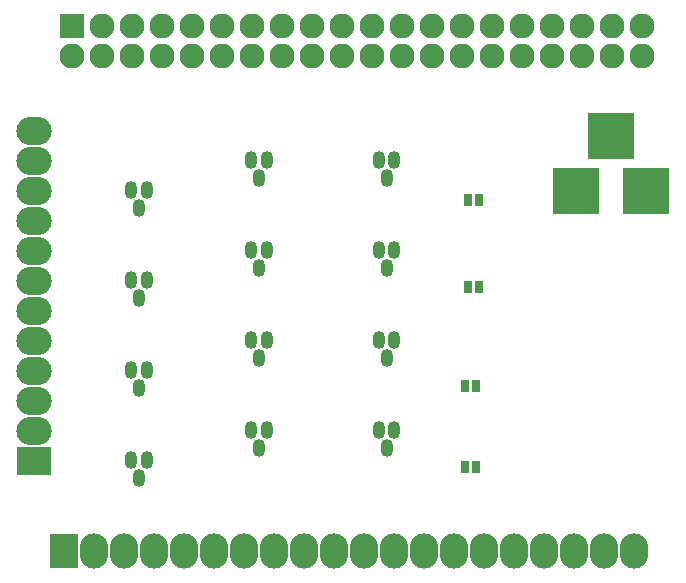
<source format=gbs>
G04 #@! TF.FileFunction,Soldermask,Bot*
%FSLAX46Y46*%
G04 Gerber Fmt 4.6, Leading zero omitted, Abs format (unit mm)*
G04 Created by KiCad (PCBNEW 4.0.7) date Tuesday, October 31, 2017 'AMt' 08:43:51 AM*
%MOMM*%
%LPD*%
G01*
G04 APERTURE LIST*
%ADD10C,0.100000*%
%ADD11R,2.120000X2.120000*%
%ADD12O,2.120000X2.120000*%
%ADD13R,0.800000X1.000000*%
%ADD14O,1.070000X1.500000*%
%ADD15R,3.000000X2.400000*%
%ADD16O,3.000000X2.400000*%
%ADD17R,2.400000X3.000000*%
%ADD18O,2.400000X3.000000*%
%ADD19R,3.900000X3.900000*%
G04 APERTURE END LIST*
D10*
D11*
X88900000Y-54610000D03*
D12*
X91440000Y-54610000D03*
X93980000Y-54610000D03*
X96520000Y-54610000D03*
X99060000Y-54610000D03*
X101600000Y-54610000D03*
X104140000Y-54610000D03*
X106680000Y-54610000D03*
X109220000Y-54610000D03*
X111760000Y-54610000D03*
X114300000Y-54610000D03*
X116840000Y-54610000D03*
X119380000Y-54610000D03*
X121920000Y-54610000D03*
X124460000Y-54610000D03*
X127000000Y-54610000D03*
X129540000Y-54610000D03*
X132080000Y-54610000D03*
X134620000Y-54610000D03*
X137160000Y-54610000D03*
X137160000Y-57150000D03*
X134620000Y-57150000D03*
X132080000Y-57150000D03*
X129540000Y-57150000D03*
X127000000Y-57150000D03*
X124460000Y-57150000D03*
X121920000Y-57150000D03*
X119380000Y-57150000D03*
X116840000Y-57150000D03*
X114300000Y-57150000D03*
X111760000Y-57150000D03*
X109220000Y-57150000D03*
X106680000Y-57150000D03*
X104140000Y-57150000D03*
X101600000Y-57150000D03*
X99060000Y-57150000D03*
X96520000Y-57150000D03*
X93980000Y-57150000D03*
X91440000Y-57150000D03*
X88900000Y-57150000D03*
D13*
X123386000Y-69342000D03*
X122486000Y-69342000D03*
X123386000Y-76708000D03*
X122486000Y-76708000D03*
X123132000Y-85090000D03*
X122232000Y-85090000D03*
X123132000Y-91948000D03*
X122232000Y-91948000D03*
D14*
X104125000Y-65940000D03*
X105425000Y-65940000D03*
X104775000Y-67410000D03*
X104125000Y-73560000D03*
X105425000Y-73560000D03*
X104775000Y-75030000D03*
X104125000Y-81180000D03*
X105425000Y-81180000D03*
X104775000Y-82650000D03*
X104125000Y-88800000D03*
X105425000Y-88800000D03*
X104775000Y-90270000D03*
X93965000Y-68480000D03*
X95265000Y-68480000D03*
X94615000Y-69950000D03*
X93965000Y-76100000D03*
X95265000Y-76100000D03*
X94615000Y-77570000D03*
X93965000Y-83720000D03*
X95265000Y-83720000D03*
X94615000Y-85190000D03*
X93965000Y-91340000D03*
X95265000Y-91340000D03*
X94615000Y-92810000D03*
X114920000Y-65940000D03*
X116220000Y-65940000D03*
X115570000Y-67410000D03*
X114920000Y-73560000D03*
X116220000Y-73560000D03*
X115570000Y-75030000D03*
X114920000Y-81180000D03*
X116220000Y-81180000D03*
X115570000Y-82650000D03*
X114920000Y-88800000D03*
X116220000Y-88800000D03*
X115570000Y-90270000D03*
D15*
X85725000Y-91440000D03*
D16*
X85725000Y-88900000D03*
X85725000Y-86360000D03*
X85725000Y-83820000D03*
X85725000Y-81280000D03*
X85725000Y-78740000D03*
X85725000Y-76200000D03*
X85725000Y-73660000D03*
X85725000Y-71120000D03*
X85725000Y-68580000D03*
X85725000Y-66040000D03*
X85725000Y-63500000D03*
D17*
X88265000Y-99060000D03*
D18*
X90805000Y-99060000D03*
X93345000Y-99060000D03*
X95885000Y-99060000D03*
X98425000Y-99060000D03*
X100965000Y-99060000D03*
X103505000Y-99060000D03*
X106045000Y-99060000D03*
X108585000Y-99060000D03*
X111125000Y-99060000D03*
X113665000Y-99060000D03*
X116205000Y-99060000D03*
X118745000Y-99060000D03*
X121285000Y-99060000D03*
X123825000Y-99060000D03*
X126365000Y-99060000D03*
X128905000Y-99060000D03*
X131445000Y-99060000D03*
X133985000Y-99060000D03*
X136525000Y-99060000D03*
D19*
X131572000Y-68580000D03*
X137572000Y-68580000D03*
X134572000Y-63880000D03*
M02*

</source>
